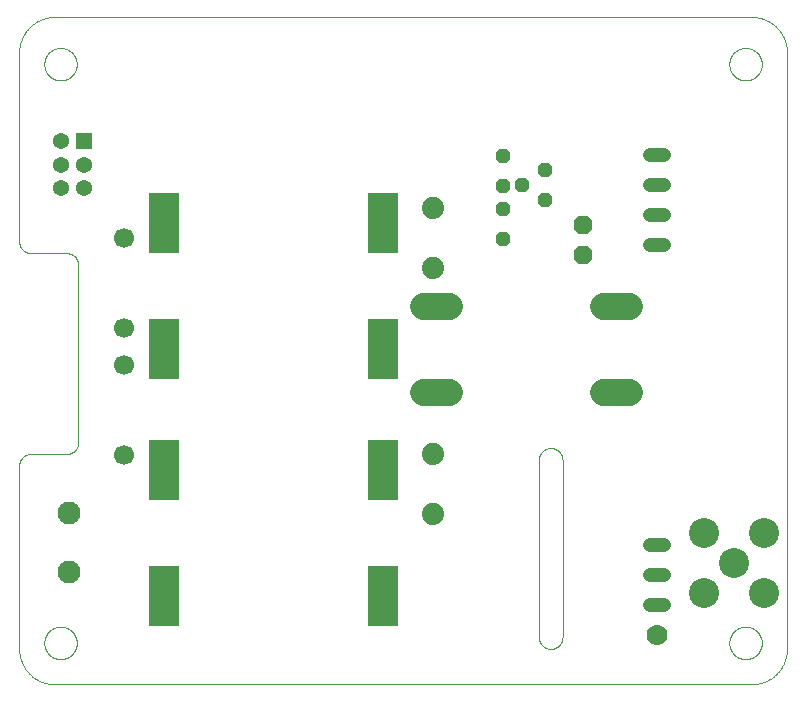
<source format=gtl>
G75*
%MOIN*%
%OFA0B0*%
%FSLAX25Y25*%
%IPPOS*%
%LPD*%
%AMOC8*
5,1,8,0,0,1.08239X$1,22.5*
%
%ADD10C,0.00000*%
%ADD11C,0.10000*%
%ADD12R,0.05400X0.05400*%
%ADD13C,0.05400*%
%ADD14C,0.07677*%
%ADD15C,0.08850*%
%ADD16C,0.07400*%
%ADD17OC8,0.04800*%
%ADD18R,0.09843X0.09843*%
%ADD19C,0.06693*%
%ADD20OC8,0.06300*%
%ADD21C,0.04724*%
%ADD22C,0.07000*%
D10*
X0033905Y0014811D02*
X0033905Y0075835D01*
X0033907Y0075959D01*
X0033913Y0076082D01*
X0033922Y0076206D01*
X0033936Y0076328D01*
X0033953Y0076451D01*
X0033975Y0076573D01*
X0034000Y0076694D01*
X0034029Y0076814D01*
X0034061Y0076933D01*
X0034098Y0077052D01*
X0034138Y0077169D01*
X0034181Y0077284D01*
X0034229Y0077399D01*
X0034280Y0077511D01*
X0034334Y0077622D01*
X0034392Y0077732D01*
X0034453Y0077839D01*
X0034518Y0077945D01*
X0034586Y0078048D01*
X0034657Y0078149D01*
X0034731Y0078248D01*
X0034808Y0078345D01*
X0034889Y0078439D01*
X0034972Y0078530D01*
X0035058Y0078619D01*
X0035147Y0078705D01*
X0035238Y0078788D01*
X0035332Y0078869D01*
X0035429Y0078946D01*
X0035528Y0079020D01*
X0035629Y0079091D01*
X0035732Y0079159D01*
X0035838Y0079224D01*
X0035945Y0079285D01*
X0036055Y0079343D01*
X0036166Y0079397D01*
X0036278Y0079448D01*
X0036393Y0079496D01*
X0036508Y0079539D01*
X0036625Y0079579D01*
X0036744Y0079616D01*
X0036863Y0079648D01*
X0036983Y0079677D01*
X0037104Y0079702D01*
X0037226Y0079724D01*
X0037349Y0079741D01*
X0037471Y0079755D01*
X0037595Y0079764D01*
X0037718Y0079770D01*
X0037842Y0079772D01*
X0049653Y0079772D01*
X0049777Y0079774D01*
X0049900Y0079780D01*
X0050024Y0079789D01*
X0050146Y0079803D01*
X0050269Y0079820D01*
X0050391Y0079842D01*
X0050512Y0079867D01*
X0050632Y0079896D01*
X0050751Y0079928D01*
X0050870Y0079965D01*
X0050987Y0080005D01*
X0051102Y0080048D01*
X0051217Y0080096D01*
X0051329Y0080147D01*
X0051440Y0080201D01*
X0051550Y0080259D01*
X0051657Y0080320D01*
X0051763Y0080385D01*
X0051866Y0080453D01*
X0051967Y0080524D01*
X0052066Y0080598D01*
X0052163Y0080675D01*
X0052257Y0080756D01*
X0052348Y0080839D01*
X0052437Y0080925D01*
X0052523Y0081014D01*
X0052606Y0081105D01*
X0052687Y0081199D01*
X0052764Y0081296D01*
X0052838Y0081395D01*
X0052909Y0081496D01*
X0052977Y0081599D01*
X0053042Y0081705D01*
X0053103Y0081812D01*
X0053161Y0081922D01*
X0053215Y0082033D01*
X0053266Y0082145D01*
X0053314Y0082260D01*
X0053357Y0082375D01*
X0053397Y0082492D01*
X0053434Y0082611D01*
X0053466Y0082730D01*
X0053495Y0082850D01*
X0053520Y0082971D01*
X0053542Y0083093D01*
X0053559Y0083216D01*
X0053573Y0083338D01*
X0053582Y0083462D01*
X0053588Y0083585D01*
X0053590Y0083709D01*
X0053590Y0142764D01*
X0053588Y0142888D01*
X0053582Y0143011D01*
X0053573Y0143135D01*
X0053559Y0143257D01*
X0053542Y0143380D01*
X0053520Y0143502D01*
X0053495Y0143623D01*
X0053466Y0143743D01*
X0053434Y0143862D01*
X0053397Y0143981D01*
X0053357Y0144098D01*
X0053314Y0144213D01*
X0053266Y0144328D01*
X0053215Y0144440D01*
X0053161Y0144551D01*
X0053103Y0144661D01*
X0053042Y0144768D01*
X0052977Y0144874D01*
X0052909Y0144977D01*
X0052838Y0145078D01*
X0052764Y0145177D01*
X0052687Y0145274D01*
X0052606Y0145368D01*
X0052523Y0145459D01*
X0052437Y0145548D01*
X0052348Y0145634D01*
X0052257Y0145717D01*
X0052163Y0145798D01*
X0052066Y0145875D01*
X0051967Y0145949D01*
X0051866Y0146020D01*
X0051763Y0146088D01*
X0051657Y0146153D01*
X0051550Y0146214D01*
X0051440Y0146272D01*
X0051329Y0146326D01*
X0051217Y0146377D01*
X0051102Y0146425D01*
X0050987Y0146468D01*
X0050870Y0146508D01*
X0050751Y0146545D01*
X0050632Y0146577D01*
X0050512Y0146606D01*
X0050391Y0146631D01*
X0050269Y0146653D01*
X0050146Y0146670D01*
X0050024Y0146684D01*
X0049900Y0146693D01*
X0049777Y0146699D01*
X0049653Y0146701D01*
X0037842Y0146701D01*
X0037718Y0146703D01*
X0037595Y0146709D01*
X0037471Y0146718D01*
X0037349Y0146732D01*
X0037226Y0146749D01*
X0037104Y0146771D01*
X0036983Y0146796D01*
X0036863Y0146825D01*
X0036744Y0146857D01*
X0036625Y0146894D01*
X0036508Y0146934D01*
X0036393Y0146977D01*
X0036278Y0147025D01*
X0036166Y0147076D01*
X0036055Y0147130D01*
X0035945Y0147188D01*
X0035838Y0147249D01*
X0035732Y0147314D01*
X0035629Y0147382D01*
X0035528Y0147453D01*
X0035429Y0147527D01*
X0035332Y0147604D01*
X0035238Y0147685D01*
X0035147Y0147768D01*
X0035058Y0147854D01*
X0034972Y0147943D01*
X0034889Y0148034D01*
X0034808Y0148128D01*
X0034731Y0148225D01*
X0034657Y0148324D01*
X0034586Y0148425D01*
X0034518Y0148528D01*
X0034453Y0148634D01*
X0034392Y0148741D01*
X0034334Y0148851D01*
X0034280Y0148962D01*
X0034229Y0149074D01*
X0034181Y0149189D01*
X0034138Y0149304D01*
X0034098Y0149421D01*
X0034061Y0149540D01*
X0034029Y0149659D01*
X0034000Y0149779D01*
X0033975Y0149900D01*
X0033953Y0150022D01*
X0033936Y0150145D01*
X0033922Y0150267D01*
X0033913Y0150391D01*
X0033907Y0150514D01*
X0033905Y0150638D01*
X0033905Y0213630D01*
X0033908Y0213915D01*
X0033919Y0214201D01*
X0033936Y0214486D01*
X0033960Y0214770D01*
X0033991Y0215054D01*
X0034029Y0215337D01*
X0034074Y0215618D01*
X0034125Y0215899D01*
X0034183Y0216179D01*
X0034248Y0216457D01*
X0034320Y0216733D01*
X0034398Y0217007D01*
X0034483Y0217280D01*
X0034575Y0217550D01*
X0034673Y0217818D01*
X0034777Y0218084D01*
X0034888Y0218347D01*
X0035005Y0218607D01*
X0035128Y0218865D01*
X0035258Y0219119D01*
X0035394Y0219370D01*
X0035535Y0219618D01*
X0035683Y0219862D01*
X0035836Y0220103D01*
X0035996Y0220339D01*
X0036161Y0220572D01*
X0036331Y0220801D01*
X0036507Y0221026D01*
X0036689Y0221246D01*
X0036875Y0221462D01*
X0037067Y0221673D01*
X0037264Y0221880D01*
X0037466Y0222082D01*
X0037673Y0222279D01*
X0037884Y0222471D01*
X0038100Y0222657D01*
X0038320Y0222839D01*
X0038545Y0223015D01*
X0038774Y0223185D01*
X0039007Y0223350D01*
X0039243Y0223510D01*
X0039484Y0223663D01*
X0039728Y0223811D01*
X0039976Y0223952D01*
X0040227Y0224088D01*
X0040481Y0224218D01*
X0040739Y0224341D01*
X0040999Y0224458D01*
X0041262Y0224569D01*
X0041528Y0224673D01*
X0041796Y0224771D01*
X0042066Y0224863D01*
X0042339Y0224948D01*
X0042613Y0225026D01*
X0042889Y0225098D01*
X0043167Y0225163D01*
X0043447Y0225221D01*
X0043728Y0225272D01*
X0044009Y0225317D01*
X0044292Y0225355D01*
X0044576Y0225386D01*
X0044860Y0225410D01*
X0045145Y0225427D01*
X0045431Y0225438D01*
X0045716Y0225441D01*
X0278000Y0225441D01*
X0278285Y0225438D01*
X0278571Y0225427D01*
X0278856Y0225410D01*
X0279140Y0225386D01*
X0279424Y0225355D01*
X0279707Y0225317D01*
X0279988Y0225272D01*
X0280269Y0225221D01*
X0280549Y0225163D01*
X0280827Y0225098D01*
X0281103Y0225026D01*
X0281377Y0224948D01*
X0281650Y0224863D01*
X0281920Y0224771D01*
X0282188Y0224673D01*
X0282454Y0224569D01*
X0282717Y0224458D01*
X0282977Y0224341D01*
X0283235Y0224218D01*
X0283489Y0224088D01*
X0283740Y0223952D01*
X0283988Y0223811D01*
X0284232Y0223663D01*
X0284473Y0223510D01*
X0284709Y0223350D01*
X0284942Y0223185D01*
X0285171Y0223015D01*
X0285396Y0222839D01*
X0285616Y0222657D01*
X0285832Y0222471D01*
X0286043Y0222279D01*
X0286250Y0222082D01*
X0286452Y0221880D01*
X0286649Y0221673D01*
X0286841Y0221462D01*
X0287027Y0221246D01*
X0287209Y0221026D01*
X0287385Y0220801D01*
X0287555Y0220572D01*
X0287720Y0220339D01*
X0287880Y0220103D01*
X0288033Y0219862D01*
X0288181Y0219618D01*
X0288322Y0219370D01*
X0288458Y0219119D01*
X0288588Y0218865D01*
X0288711Y0218607D01*
X0288828Y0218347D01*
X0288939Y0218084D01*
X0289043Y0217818D01*
X0289141Y0217550D01*
X0289233Y0217280D01*
X0289318Y0217007D01*
X0289396Y0216733D01*
X0289468Y0216457D01*
X0289533Y0216179D01*
X0289591Y0215899D01*
X0289642Y0215618D01*
X0289687Y0215337D01*
X0289725Y0215054D01*
X0289756Y0214770D01*
X0289780Y0214486D01*
X0289797Y0214201D01*
X0289808Y0213915D01*
X0289811Y0213630D01*
X0289811Y0014811D01*
X0289808Y0014526D01*
X0289797Y0014240D01*
X0289780Y0013955D01*
X0289756Y0013671D01*
X0289725Y0013387D01*
X0289687Y0013104D01*
X0289642Y0012823D01*
X0289591Y0012542D01*
X0289533Y0012262D01*
X0289468Y0011984D01*
X0289396Y0011708D01*
X0289318Y0011434D01*
X0289233Y0011161D01*
X0289141Y0010891D01*
X0289043Y0010623D01*
X0288939Y0010357D01*
X0288828Y0010094D01*
X0288711Y0009834D01*
X0288588Y0009576D01*
X0288458Y0009322D01*
X0288322Y0009071D01*
X0288181Y0008823D01*
X0288033Y0008579D01*
X0287880Y0008338D01*
X0287720Y0008102D01*
X0287555Y0007869D01*
X0287385Y0007640D01*
X0287209Y0007415D01*
X0287027Y0007195D01*
X0286841Y0006979D01*
X0286649Y0006768D01*
X0286452Y0006561D01*
X0286250Y0006359D01*
X0286043Y0006162D01*
X0285832Y0005970D01*
X0285616Y0005784D01*
X0285396Y0005602D01*
X0285171Y0005426D01*
X0284942Y0005256D01*
X0284709Y0005091D01*
X0284473Y0004931D01*
X0284232Y0004778D01*
X0283988Y0004630D01*
X0283740Y0004489D01*
X0283489Y0004353D01*
X0283235Y0004223D01*
X0282977Y0004100D01*
X0282717Y0003983D01*
X0282454Y0003872D01*
X0282188Y0003768D01*
X0281920Y0003670D01*
X0281650Y0003578D01*
X0281377Y0003493D01*
X0281103Y0003415D01*
X0280827Y0003343D01*
X0280549Y0003278D01*
X0280269Y0003220D01*
X0279988Y0003169D01*
X0279707Y0003124D01*
X0279424Y0003086D01*
X0279140Y0003055D01*
X0278856Y0003031D01*
X0278571Y0003014D01*
X0278285Y0003003D01*
X0278000Y0003000D01*
X0045716Y0003000D01*
X0045431Y0003003D01*
X0045145Y0003014D01*
X0044860Y0003031D01*
X0044576Y0003055D01*
X0044292Y0003086D01*
X0044009Y0003124D01*
X0043728Y0003169D01*
X0043447Y0003220D01*
X0043167Y0003278D01*
X0042889Y0003343D01*
X0042613Y0003415D01*
X0042339Y0003493D01*
X0042066Y0003578D01*
X0041796Y0003670D01*
X0041528Y0003768D01*
X0041262Y0003872D01*
X0040999Y0003983D01*
X0040739Y0004100D01*
X0040481Y0004223D01*
X0040227Y0004353D01*
X0039976Y0004489D01*
X0039728Y0004630D01*
X0039484Y0004778D01*
X0039243Y0004931D01*
X0039007Y0005091D01*
X0038774Y0005256D01*
X0038545Y0005426D01*
X0038320Y0005602D01*
X0038100Y0005784D01*
X0037884Y0005970D01*
X0037673Y0006162D01*
X0037466Y0006359D01*
X0037264Y0006561D01*
X0037067Y0006768D01*
X0036875Y0006979D01*
X0036689Y0007195D01*
X0036507Y0007415D01*
X0036331Y0007640D01*
X0036161Y0007869D01*
X0035996Y0008102D01*
X0035836Y0008338D01*
X0035683Y0008579D01*
X0035535Y0008823D01*
X0035394Y0009071D01*
X0035258Y0009322D01*
X0035128Y0009576D01*
X0035005Y0009834D01*
X0034888Y0010094D01*
X0034777Y0010357D01*
X0034673Y0010623D01*
X0034575Y0010891D01*
X0034483Y0011161D01*
X0034398Y0011434D01*
X0034320Y0011708D01*
X0034248Y0011984D01*
X0034183Y0012262D01*
X0034125Y0012542D01*
X0034074Y0012823D01*
X0034029Y0013104D01*
X0033991Y0013387D01*
X0033960Y0013671D01*
X0033936Y0013955D01*
X0033919Y0014240D01*
X0033908Y0014526D01*
X0033905Y0014811D01*
X0042272Y0016780D02*
X0042274Y0016927D01*
X0042280Y0017073D01*
X0042290Y0017219D01*
X0042304Y0017365D01*
X0042322Y0017511D01*
X0042343Y0017656D01*
X0042369Y0017800D01*
X0042399Y0017944D01*
X0042432Y0018086D01*
X0042469Y0018228D01*
X0042510Y0018369D01*
X0042555Y0018508D01*
X0042604Y0018647D01*
X0042656Y0018784D01*
X0042713Y0018919D01*
X0042772Y0019053D01*
X0042836Y0019185D01*
X0042903Y0019315D01*
X0042973Y0019444D01*
X0043047Y0019571D01*
X0043124Y0019695D01*
X0043205Y0019818D01*
X0043289Y0019938D01*
X0043376Y0020056D01*
X0043466Y0020171D01*
X0043559Y0020284D01*
X0043656Y0020395D01*
X0043755Y0020503D01*
X0043857Y0020608D01*
X0043962Y0020710D01*
X0044070Y0020809D01*
X0044181Y0020906D01*
X0044294Y0020999D01*
X0044409Y0021089D01*
X0044527Y0021176D01*
X0044647Y0021260D01*
X0044770Y0021341D01*
X0044894Y0021418D01*
X0045021Y0021492D01*
X0045150Y0021562D01*
X0045280Y0021629D01*
X0045412Y0021693D01*
X0045546Y0021752D01*
X0045681Y0021809D01*
X0045818Y0021861D01*
X0045957Y0021910D01*
X0046096Y0021955D01*
X0046237Y0021996D01*
X0046379Y0022033D01*
X0046521Y0022066D01*
X0046665Y0022096D01*
X0046809Y0022122D01*
X0046954Y0022143D01*
X0047100Y0022161D01*
X0047246Y0022175D01*
X0047392Y0022185D01*
X0047538Y0022191D01*
X0047685Y0022193D01*
X0047832Y0022191D01*
X0047978Y0022185D01*
X0048124Y0022175D01*
X0048270Y0022161D01*
X0048416Y0022143D01*
X0048561Y0022122D01*
X0048705Y0022096D01*
X0048849Y0022066D01*
X0048991Y0022033D01*
X0049133Y0021996D01*
X0049274Y0021955D01*
X0049413Y0021910D01*
X0049552Y0021861D01*
X0049689Y0021809D01*
X0049824Y0021752D01*
X0049958Y0021693D01*
X0050090Y0021629D01*
X0050220Y0021562D01*
X0050349Y0021492D01*
X0050476Y0021418D01*
X0050600Y0021341D01*
X0050723Y0021260D01*
X0050843Y0021176D01*
X0050961Y0021089D01*
X0051076Y0020999D01*
X0051189Y0020906D01*
X0051300Y0020809D01*
X0051408Y0020710D01*
X0051513Y0020608D01*
X0051615Y0020503D01*
X0051714Y0020395D01*
X0051811Y0020284D01*
X0051904Y0020171D01*
X0051994Y0020056D01*
X0052081Y0019938D01*
X0052165Y0019818D01*
X0052246Y0019695D01*
X0052323Y0019571D01*
X0052397Y0019444D01*
X0052467Y0019315D01*
X0052534Y0019185D01*
X0052598Y0019053D01*
X0052657Y0018919D01*
X0052714Y0018784D01*
X0052766Y0018647D01*
X0052815Y0018508D01*
X0052860Y0018369D01*
X0052901Y0018228D01*
X0052938Y0018086D01*
X0052971Y0017944D01*
X0053001Y0017800D01*
X0053027Y0017656D01*
X0053048Y0017511D01*
X0053066Y0017365D01*
X0053080Y0017219D01*
X0053090Y0017073D01*
X0053096Y0016927D01*
X0053098Y0016780D01*
X0053096Y0016633D01*
X0053090Y0016487D01*
X0053080Y0016341D01*
X0053066Y0016195D01*
X0053048Y0016049D01*
X0053027Y0015904D01*
X0053001Y0015760D01*
X0052971Y0015616D01*
X0052938Y0015474D01*
X0052901Y0015332D01*
X0052860Y0015191D01*
X0052815Y0015052D01*
X0052766Y0014913D01*
X0052714Y0014776D01*
X0052657Y0014641D01*
X0052598Y0014507D01*
X0052534Y0014375D01*
X0052467Y0014245D01*
X0052397Y0014116D01*
X0052323Y0013989D01*
X0052246Y0013865D01*
X0052165Y0013742D01*
X0052081Y0013622D01*
X0051994Y0013504D01*
X0051904Y0013389D01*
X0051811Y0013276D01*
X0051714Y0013165D01*
X0051615Y0013057D01*
X0051513Y0012952D01*
X0051408Y0012850D01*
X0051300Y0012751D01*
X0051189Y0012654D01*
X0051076Y0012561D01*
X0050961Y0012471D01*
X0050843Y0012384D01*
X0050723Y0012300D01*
X0050600Y0012219D01*
X0050476Y0012142D01*
X0050349Y0012068D01*
X0050220Y0011998D01*
X0050090Y0011931D01*
X0049958Y0011867D01*
X0049824Y0011808D01*
X0049689Y0011751D01*
X0049552Y0011699D01*
X0049413Y0011650D01*
X0049274Y0011605D01*
X0049133Y0011564D01*
X0048991Y0011527D01*
X0048849Y0011494D01*
X0048705Y0011464D01*
X0048561Y0011438D01*
X0048416Y0011417D01*
X0048270Y0011399D01*
X0048124Y0011385D01*
X0047978Y0011375D01*
X0047832Y0011369D01*
X0047685Y0011367D01*
X0047538Y0011369D01*
X0047392Y0011375D01*
X0047246Y0011385D01*
X0047100Y0011399D01*
X0046954Y0011417D01*
X0046809Y0011438D01*
X0046665Y0011464D01*
X0046521Y0011494D01*
X0046379Y0011527D01*
X0046237Y0011564D01*
X0046096Y0011605D01*
X0045957Y0011650D01*
X0045818Y0011699D01*
X0045681Y0011751D01*
X0045546Y0011808D01*
X0045412Y0011867D01*
X0045280Y0011931D01*
X0045150Y0011998D01*
X0045021Y0012068D01*
X0044894Y0012142D01*
X0044770Y0012219D01*
X0044647Y0012300D01*
X0044527Y0012384D01*
X0044409Y0012471D01*
X0044294Y0012561D01*
X0044181Y0012654D01*
X0044070Y0012751D01*
X0043962Y0012850D01*
X0043857Y0012952D01*
X0043755Y0013057D01*
X0043656Y0013165D01*
X0043559Y0013276D01*
X0043466Y0013389D01*
X0043376Y0013504D01*
X0043289Y0013622D01*
X0043205Y0013742D01*
X0043124Y0013865D01*
X0043047Y0013989D01*
X0042973Y0014116D01*
X0042903Y0014245D01*
X0042836Y0014375D01*
X0042772Y0014507D01*
X0042713Y0014641D01*
X0042656Y0014776D01*
X0042604Y0014913D01*
X0042555Y0015052D01*
X0042510Y0015191D01*
X0042469Y0015332D01*
X0042432Y0015474D01*
X0042399Y0015616D01*
X0042369Y0015760D01*
X0042343Y0015904D01*
X0042322Y0016049D01*
X0042304Y0016195D01*
X0042290Y0016341D01*
X0042280Y0016487D01*
X0042274Y0016633D01*
X0042272Y0016780D01*
X0207134Y0018748D02*
X0207134Y0077803D01*
X0207136Y0077927D01*
X0207142Y0078050D01*
X0207151Y0078174D01*
X0207165Y0078296D01*
X0207182Y0078419D01*
X0207204Y0078541D01*
X0207229Y0078662D01*
X0207258Y0078782D01*
X0207290Y0078901D01*
X0207327Y0079020D01*
X0207367Y0079137D01*
X0207410Y0079252D01*
X0207458Y0079367D01*
X0207509Y0079479D01*
X0207563Y0079590D01*
X0207621Y0079700D01*
X0207682Y0079807D01*
X0207747Y0079913D01*
X0207815Y0080016D01*
X0207886Y0080117D01*
X0207960Y0080216D01*
X0208037Y0080313D01*
X0208118Y0080407D01*
X0208201Y0080498D01*
X0208287Y0080587D01*
X0208376Y0080673D01*
X0208467Y0080756D01*
X0208561Y0080837D01*
X0208658Y0080914D01*
X0208757Y0080988D01*
X0208858Y0081059D01*
X0208961Y0081127D01*
X0209067Y0081192D01*
X0209174Y0081253D01*
X0209284Y0081311D01*
X0209395Y0081365D01*
X0209507Y0081416D01*
X0209622Y0081464D01*
X0209737Y0081507D01*
X0209854Y0081547D01*
X0209973Y0081584D01*
X0210092Y0081616D01*
X0210212Y0081645D01*
X0210333Y0081670D01*
X0210455Y0081692D01*
X0210578Y0081709D01*
X0210700Y0081723D01*
X0210824Y0081732D01*
X0210947Y0081738D01*
X0211071Y0081740D01*
X0211195Y0081738D01*
X0211318Y0081732D01*
X0211442Y0081723D01*
X0211564Y0081709D01*
X0211687Y0081692D01*
X0211809Y0081670D01*
X0211930Y0081645D01*
X0212050Y0081616D01*
X0212169Y0081584D01*
X0212288Y0081547D01*
X0212405Y0081507D01*
X0212520Y0081464D01*
X0212635Y0081416D01*
X0212747Y0081365D01*
X0212858Y0081311D01*
X0212968Y0081253D01*
X0213075Y0081192D01*
X0213181Y0081127D01*
X0213284Y0081059D01*
X0213385Y0080988D01*
X0213484Y0080914D01*
X0213581Y0080837D01*
X0213675Y0080756D01*
X0213766Y0080673D01*
X0213855Y0080587D01*
X0213941Y0080498D01*
X0214024Y0080407D01*
X0214105Y0080313D01*
X0214182Y0080216D01*
X0214256Y0080117D01*
X0214327Y0080016D01*
X0214395Y0079913D01*
X0214460Y0079807D01*
X0214521Y0079700D01*
X0214579Y0079590D01*
X0214633Y0079479D01*
X0214684Y0079367D01*
X0214732Y0079252D01*
X0214775Y0079137D01*
X0214815Y0079020D01*
X0214852Y0078901D01*
X0214884Y0078782D01*
X0214913Y0078662D01*
X0214938Y0078541D01*
X0214960Y0078419D01*
X0214977Y0078296D01*
X0214991Y0078174D01*
X0215000Y0078050D01*
X0215006Y0077927D01*
X0215008Y0077803D01*
X0215008Y0018748D01*
X0211071Y0014811D02*
X0210947Y0014813D01*
X0210824Y0014819D01*
X0210700Y0014828D01*
X0210578Y0014842D01*
X0210455Y0014859D01*
X0210333Y0014881D01*
X0210212Y0014906D01*
X0210092Y0014935D01*
X0209973Y0014967D01*
X0209854Y0015004D01*
X0209737Y0015044D01*
X0209622Y0015087D01*
X0209507Y0015135D01*
X0209395Y0015186D01*
X0209284Y0015240D01*
X0209174Y0015298D01*
X0209067Y0015359D01*
X0208961Y0015424D01*
X0208858Y0015492D01*
X0208757Y0015563D01*
X0208658Y0015637D01*
X0208561Y0015714D01*
X0208467Y0015795D01*
X0208376Y0015878D01*
X0208287Y0015964D01*
X0208201Y0016053D01*
X0208118Y0016144D01*
X0208037Y0016238D01*
X0207960Y0016335D01*
X0207886Y0016434D01*
X0207815Y0016535D01*
X0207747Y0016638D01*
X0207682Y0016744D01*
X0207621Y0016851D01*
X0207563Y0016961D01*
X0207509Y0017072D01*
X0207458Y0017184D01*
X0207410Y0017299D01*
X0207367Y0017414D01*
X0207327Y0017531D01*
X0207290Y0017650D01*
X0207258Y0017769D01*
X0207229Y0017889D01*
X0207204Y0018010D01*
X0207182Y0018132D01*
X0207165Y0018255D01*
X0207151Y0018377D01*
X0207142Y0018501D01*
X0207136Y0018624D01*
X0207134Y0018748D01*
X0211071Y0014811D02*
X0211195Y0014813D01*
X0211318Y0014819D01*
X0211442Y0014828D01*
X0211564Y0014842D01*
X0211687Y0014859D01*
X0211809Y0014881D01*
X0211930Y0014906D01*
X0212050Y0014935D01*
X0212169Y0014967D01*
X0212288Y0015004D01*
X0212405Y0015044D01*
X0212520Y0015087D01*
X0212635Y0015135D01*
X0212747Y0015186D01*
X0212858Y0015240D01*
X0212968Y0015298D01*
X0213075Y0015359D01*
X0213181Y0015424D01*
X0213284Y0015492D01*
X0213385Y0015563D01*
X0213484Y0015637D01*
X0213581Y0015714D01*
X0213675Y0015795D01*
X0213766Y0015878D01*
X0213855Y0015964D01*
X0213941Y0016053D01*
X0214024Y0016144D01*
X0214105Y0016238D01*
X0214182Y0016335D01*
X0214256Y0016434D01*
X0214327Y0016535D01*
X0214395Y0016638D01*
X0214460Y0016744D01*
X0214521Y0016851D01*
X0214579Y0016961D01*
X0214633Y0017072D01*
X0214684Y0017184D01*
X0214732Y0017299D01*
X0214775Y0017414D01*
X0214815Y0017531D01*
X0214852Y0017650D01*
X0214884Y0017769D01*
X0214913Y0017889D01*
X0214938Y0018010D01*
X0214960Y0018132D01*
X0214977Y0018255D01*
X0214991Y0018377D01*
X0215000Y0018501D01*
X0215006Y0018624D01*
X0215008Y0018748D01*
X0270618Y0016780D02*
X0270620Y0016927D01*
X0270626Y0017073D01*
X0270636Y0017219D01*
X0270650Y0017365D01*
X0270668Y0017511D01*
X0270689Y0017656D01*
X0270715Y0017800D01*
X0270745Y0017944D01*
X0270778Y0018086D01*
X0270815Y0018228D01*
X0270856Y0018369D01*
X0270901Y0018508D01*
X0270950Y0018647D01*
X0271002Y0018784D01*
X0271059Y0018919D01*
X0271118Y0019053D01*
X0271182Y0019185D01*
X0271249Y0019315D01*
X0271319Y0019444D01*
X0271393Y0019571D01*
X0271470Y0019695D01*
X0271551Y0019818D01*
X0271635Y0019938D01*
X0271722Y0020056D01*
X0271812Y0020171D01*
X0271905Y0020284D01*
X0272002Y0020395D01*
X0272101Y0020503D01*
X0272203Y0020608D01*
X0272308Y0020710D01*
X0272416Y0020809D01*
X0272527Y0020906D01*
X0272640Y0020999D01*
X0272755Y0021089D01*
X0272873Y0021176D01*
X0272993Y0021260D01*
X0273116Y0021341D01*
X0273240Y0021418D01*
X0273367Y0021492D01*
X0273496Y0021562D01*
X0273626Y0021629D01*
X0273758Y0021693D01*
X0273892Y0021752D01*
X0274027Y0021809D01*
X0274164Y0021861D01*
X0274303Y0021910D01*
X0274442Y0021955D01*
X0274583Y0021996D01*
X0274725Y0022033D01*
X0274867Y0022066D01*
X0275011Y0022096D01*
X0275155Y0022122D01*
X0275300Y0022143D01*
X0275446Y0022161D01*
X0275592Y0022175D01*
X0275738Y0022185D01*
X0275884Y0022191D01*
X0276031Y0022193D01*
X0276178Y0022191D01*
X0276324Y0022185D01*
X0276470Y0022175D01*
X0276616Y0022161D01*
X0276762Y0022143D01*
X0276907Y0022122D01*
X0277051Y0022096D01*
X0277195Y0022066D01*
X0277337Y0022033D01*
X0277479Y0021996D01*
X0277620Y0021955D01*
X0277759Y0021910D01*
X0277898Y0021861D01*
X0278035Y0021809D01*
X0278170Y0021752D01*
X0278304Y0021693D01*
X0278436Y0021629D01*
X0278566Y0021562D01*
X0278695Y0021492D01*
X0278822Y0021418D01*
X0278946Y0021341D01*
X0279069Y0021260D01*
X0279189Y0021176D01*
X0279307Y0021089D01*
X0279422Y0020999D01*
X0279535Y0020906D01*
X0279646Y0020809D01*
X0279754Y0020710D01*
X0279859Y0020608D01*
X0279961Y0020503D01*
X0280060Y0020395D01*
X0280157Y0020284D01*
X0280250Y0020171D01*
X0280340Y0020056D01*
X0280427Y0019938D01*
X0280511Y0019818D01*
X0280592Y0019695D01*
X0280669Y0019571D01*
X0280743Y0019444D01*
X0280813Y0019315D01*
X0280880Y0019185D01*
X0280944Y0019053D01*
X0281003Y0018919D01*
X0281060Y0018784D01*
X0281112Y0018647D01*
X0281161Y0018508D01*
X0281206Y0018369D01*
X0281247Y0018228D01*
X0281284Y0018086D01*
X0281317Y0017944D01*
X0281347Y0017800D01*
X0281373Y0017656D01*
X0281394Y0017511D01*
X0281412Y0017365D01*
X0281426Y0017219D01*
X0281436Y0017073D01*
X0281442Y0016927D01*
X0281444Y0016780D01*
X0281442Y0016633D01*
X0281436Y0016487D01*
X0281426Y0016341D01*
X0281412Y0016195D01*
X0281394Y0016049D01*
X0281373Y0015904D01*
X0281347Y0015760D01*
X0281317Y0015616D01*
X0281284Y0015474D01*
X0281247Y0015332D01*
X0281206Y0015191D01*
X0281161Y0015052D01*
X0281112Y0014913D01*
X0281060Y0014776D01*
X0281003Y0014641D01*
X0280944Y0014507D01*
X0280880Y0014375D01*
X0280813Y0014245D01*
X0280743Y0014116D01*
X0280669Y0013989D01*
X0280592Y0013865D01*
X0280511Y0013742D01*
X0280427Y0013622D01*
X0280340Y0013504D01*
X0280250Y0013389D01*
X0280157Y0013276D01*
X0280060Y0013165D01*
X0279961Y0013057D01*
X0279859Y0012952D01*
X0279754Y0012850D01*
X0279646Y0012751D01*
X0279535Y0012654D01*
X0279422Y0012561D01*
X0279307Y0012471D01*
X0279189Y0012384D01*
X0279069Y0012300D01*
X0278946Y0012219D01*
X0278822Y0012142D01*
X0278695Y0012068D01*
X0278566Y0011998D01*
X0278436Y0011931D01*
X0278304Y0011867D01*
X0278170Y0011808D01*
X0278035Y0011751D01*
X0277898Y0011699D01*
X0277759Y0011650D01*
X0277620Y0011605D01*
X0277479Y0011564D01*
X0277337Y0011527D01*
X0277195Y0011494D01*
X0277051Y0011464D01*
X0276907Y0011438D01*
X0276762Y0011417D01*
X0276616Y0011399D01*
X0276470Y0011385D01*
X0276324Y0011375D01*
X0276178Y0011369D01*
X0276031Y0011367D01*
X0275884Y0011369D01*
X0275738Y0011375D01*
X0275592Y0011385D01*
X0275446Y0011399D01*
X0275300Y0011417D01*
X0275155Y0011438D01*
X0275011Y0011464D01*
X0274867Y0011494D01*
X0274725Y0011527D01*
X0274583Y0011564D01*
X0274442Y0011605D01*
X0274303Y0011650D01*
X0274164Y0011699D01*
X0274027Y0011751D01*
X0273892Y0011808D01*
X0273758Y0011867D01*
X0273626Y0011931D01*
X0273496Y0011998D01*
X0273367Y0012068D01*
X0273240Y0012142D01*
X0273116Y0012219D01*
X0272993Y0012300D01*
X0272873Y0012384D01*
X0272755Y0012471D01*
X0272640Y0012561D01*
X0272527Y0012654D01*
X0272416Y0012751D01*
X0272308Y0012850D01*
X0272203Y0012952D01*
X0272101Y0013057D01*
X0272002Y0013165D01*
X0271905Y0013276D01*
X0271812Y0013389D01*
X0271722Y0013504D01*
X0271635Y0013622D01*
X0271551Y0013742D01*
X0271470Y0013865D01*
X0271393Y0013989D01*
X0271319Y0014116D01*
X0271249Y0014245D01*
X0271182Y0014375D01*
X0271118Y0014507D01*
X0271059Y0014641D01*
X0271002Y0014776D01*
X0270950Y0014913D01*
X0270901Y0015052D01*
X0270856Y0015191D01*
X0270815Y0015332D01*
X0270778Y0015474D01*
X0270745Y0015616D01*
X0270715Y0015760D01*
X0270689Y0015904D01*
X0270668Y0016049D01*
X0270650Y0016195D01*
X0270636Y0016341D01*
X0270626Y0016487D01*
X0270620Y0016633D01*
X0270618Y0016780D01*
X0270618Y0209693D02*
X0270620Y0209840D01*
X0270626Y0209986D01*
X0270636Y0210132D01*
X0270650Y0210278D01*
X0270668Y0210424D01*
X0270689Y0210569D01*
X0270715Y0210713D01*
X0270745Y0210857D01*
X0270778Y0210999D01*
X0270815Y0211141D01*
X0270856Y0211282D01*
X0270901Y0211421D01*
X0270950Y0211560D01*
X0271002Y0211697D01*
X0271059Y0211832D01*
X0271118Y0211966D01*
X0271182Y0212098D01*
X0271249Y0212228D01*
X0271319Y0212357D01*
X0271393Y0212484D01*
X0271470Y0212608D01*
X0271551Y0212731D01*
X0271635Y0212851D01*
X0271722Y0212969D01*
X0271812Y0213084D01*
X0271905Y0213197D01*
X0272002Y0213308D01*
X0272101Y0213416D01*
X0272203Y0213521D01*
X0272308Y0213623D01*
X0272416Y0213722D01*
X0272527Y0213819D01*
X0272640Y0213912D01*
X0272755Y0214002D01*
X0272873Y0214089D01*
X0272993Y0214173D01*
X0273116Y0214254D01*
X0273240Y0214331D01*
X0273367Y0214405D01*
X0273496Y0214475D01*
X0273626Y0214542D01*
X0273758Y0214606D01*
X0273892Y0214665D01*
X0274027Y0214722D01*
X0274164Y0214774D01*
X0274303Y0214823D01*
X0274442Y0214868D01*
X0274583Y0214909D01*
X0274725Y0214946D01*
X0274867Y0214979D01*
X0275011Y0215009D01*
X0275155Y0215035D01*
X0275300Y0215056D01*
X0275446Y0215074D01*
X0275592Y0215088D01*
X0275738Y0215098D01*
X0275884Y0215104D01*
X0276031Y0215106D01*
X0276178Y0215104D01*
X0276324Y0215098D01*
X0276470Y0215088D01*
X0276616Y0215074D01*
X0276762Y0215056D01*
X0276907Y0215035D01*
X0277051Y0215009D01*
X0277195Y0214979D01*
X0277337Y0214946D01*
X0277479Y0214909D01*
X0277620Y0214868D01*
X0277759Y0214823D01*
X0277898Y0214774D01*
X0278035Y0214722D01*
X0278170Y0214665D01*
X0278304Y0214606D01*
X0278436Y0214542D01*
X0278566Y0214475D01*
X0278695Y0214405D01*
X0278822Y0214331D01*
X0278946Y0214254D01*
X0279069Y0214173D01*
X0279189Y0214089D01*
X0279307Y0214002D01*
X0279422Y0213912D01*
X0279535Y0213819D01*
X0279646Y0213722D01*
X0279754Y0213623D01*
X0279859Y0213521D01*
X0279961Y0213416D01*
X0280060Y0213308D01*
X0280157Y0213197D01*
X0280250Y0213084D01*
X0280340Y0212969D01*
X0280427Y0212851D01*
X0280511Y0212731D01*
X0280592Y0212608D01*
X0280669Y0212484D01*
X0280743Y0212357D01*
X0280813Y0212228D01*
X0280880Y0212098D01*
X0280944Y0211966D01*
X0281003Y0211832D01*
X0281060Y0211697D01*
X0281112Y0211560D01*
X0281161Y0211421D01*
X0281206Y0211282D01*
X0281247Y0211141D01*
X0281284Y0210999D01*
X0281317Y0210857D01*
X0281347Y0210713D01*
X0281373Y0210569D01*
X0281394Y0210424D01*
X0281412Y0210278D01*
X0281426Y0210132D01*
X0281436Y0209986D01*
X0281442Y0209840D01*
X0281444Y0209693D01*
X0281442Y0209546D01*
X0281436Y0209400D01*
X0281426Y0209254D01*
X0281412Y0209108D01*
X0281394Y0208962D01*
X0281373Y0208817D01*
X0281347Y0208673D01*
X0281317Y0208529D01*
X0281284Y0208387D01*
X0281247Y0208245D01*
X0281206Y0208104D01*
X0281161Y0207965D01*
X0281112Y0207826D01*
X0281060Y0207689D01*
X0281003Y0207554D01*
X0280944Y0207420D01*
X0280880Y0207288D01*
X0280813Y0207158D01*
X0280743Y0207029D01*
X0280669Y0206902D01*
X0280592Y0206778D01*
X0280511Y0206655D01*
X0280427Y0206535D01*
X0280340Y0206417D01*
X0280250Y0206302D01*
X0280157Y0206189D01*
X0280060Y0206078D01*
X0279961Y0205970D01*
X0279859Y0205865D01*
X0279754Y0205763D01*
X0279646Y0205664D01*
X0279535Y0205567D01*
X0279422Y0205474D01*
X0279307Y0205384D01*
X0279189Y0205297D01*
X0279069Y0205213D01*
X0278946Y0205132D01*
X0278822Y0205055D01*
X0278695Y0204981D01*
X0278566Y0204911D01*
X0278436Y0204844D01*
X0278304Y0204780D01*
X0278170Y0204721D01*
X0278035Y0204664D01*
X0277898Y0204612D01*
X0277759Y0204563D01*
X0277620Y0204518D01*
X0277479Y0204477D01*
X0277337Y0204440D01*
X0277195Y0204407D01*
X0277051Y0204377D01*
X0276907Y0204351D01*
X0276762Y0204330D01*
X0276616Y0204312D01*
X0276470Y0204298D01*
X0276324Y0204288D01*
X0276178Y0204282D01*
X0276031Y0204280D01*
X0275884Y0204282D01*
X0275738Y0204288D01*
X0275592Y0204298D01*
X0275446Y0204312D01*
X0275300Y0204330D01*
X0275155Y0204351D01*
X0275011Y0204377D01*
X0274867Y0204407D01*
X0274725Y0204440D01*
X0274583Y0204477D01*
X0274442Y0204518D01*
X0274303Y0204563D01*
X0274164Y0204612D01*
X0274027Y0204664D01*
X0273892Y0204721D01*
X0273758Y0204780D01*
X0273626Y0204844D01*
X0273496Y0204911D01*
X0273367Y0204981D01*
X0273240Y0205055D01*
X0273116Y0205132D01*
X0272993Y0205213D01*
X0272873Y0205297D01*
X0272755Y0205384D01*
X0272640Y0205474D01*
X0272527Y0205567D01*
X0272416Y0205664D01*
X0272308Y0205763D01*
X0272203Y0205865D01*
X0272101Y0205970D01*
X0272002Y0206078D01*
X0271905Y0206189D01*
X0271812Y0206302D01*
X0271722Y0206417D01*
X0271635Y0206535D01*
X0271551Y0206655D01*
X0271470Y0206778D01*
X0271393Y0206902D01*
X0271319Y0207029D01*
X0271249Y0207158D01*
X0271182Y0207288D01*
X0271118Y0207420D01*
X0271059Y0207554D01*
X0271002Y0207689D01*
X0270950Y0207826D01*
X0270901Y0207965D01*
X0270856Y0208104D01*
X0270815Y0208245D01*
X0270778Y0208387D01*
X0270745Y0208529D01*
X0270715Y0208673D01*
X0270689Y0208817D01*
X0270668Y0208962D01*
X0270650Y0209108D01*
X0270636Y0209254D01*
X0270626Y0209400D01*
X0270620Y0209546D01*
X0270618Y0209693D01*
X0042272Y0209693D02*
X0042274Y0209840D01*
X0042280Y0209986D01*
X0042290Y0210132D01*
X0042304Y0210278D01*
X0042322Y0210424D01*
X0042343Y0210569D01*
X0042369Y0210713D01*
X0042399Y0210857D01*
X0042432Y0210999D01*
X0042469Y0211141D01*
X0042510Y0211282D01*
X0042555Y0211421D01*
X0042604Y0211560D01*
X0042656Y0211697D01*
X0042713Y0211832D01*
X0042772Y0211966D01*
X0042836Y0212098D01*
X0042903Y0212228D01*
X0042973Y0212357D01*
X0043047Y0212484D01*
X0043124Y0212608D01*
X0043205Y0212731D01*
X0043289Y0212851D01*
X0043376Y0212969D01*
X0043466Y0213084D01*
X0043559Y0213197D01*
X0043656Y0213308D01*
X0043755Y0213416D01*
X0043857Y0213521D01*
X0043962Y0213623D01*
X0044070Y0213722D01*
X0044181Y0213819D01*
X0044294Y0213912D01*
X0044409Y0214002D01*
X0044527Y0214089D01*
X0044647Y0214173D01*
X0044770Y0214254D01*
X0044894Y0214331D01*
X0045021Y0214405D01*
X0045150Y0214475D01*
X0045280Y0214542D01*
X0045412Y0214606D01*
X0045546Y0214665D01*
X0045681Y0214722D01*
X0045818Y0214774D01*
X0045957Y0214823D01*
X0046096Y0214868D01*
X0046237Y0214909D01*
X0046379Y0214946D01*
X0046521Y0214979D01*
X0046665Y0215009D01*
X0046809Y0215035D01*
X0046954Y0215056D01*
X0047100Y0215074D01*
X0047246Y0215088D01*
X0047392Y0215098D01*
X0047538Y0215104D01*
X0047685Y0215106D01*
X0047832Y0215104D01*
X0047978Y0215098D01*
X0048124Y0215088D01*
X0048270Y0215074D01*
X0048416Y0215056D01*
X0048561Y0215035D01*
X0048705Y0215009D01*
X0048849Y0214979D01*
X0048991Y0214946D01*
X0049133Y0214909D01*
X0049274Y0214868D01*
X0049413Y0214823D01*
X0049552Y0214774D01*
X0049689Y0214722D01*
X0049824Y0214665D01*
X0049958Y0214606D01*
X0050090Y0214542D01*
X0050220Y0214475D01*
X0050349Y0214405D01*
X0050476Y0214331D01*
X0050600Y0214254D01*
X0050723Y0214173D01*
X0050843Y0214089D01*
X0050961Y0214002D01*
X0051076Y0213912D01*
X0051189Y0213819D01*
X0051300Y0213722D01*
X0051408Y0213623D01*
X0051513Y0213521D01*
X0051615Y0213416D01*
X0051714Y0213308D01*
X0051811Y0213197D01*
X0051904Y0213084D01*
X0051994Y0212969D01*
X0052081Y0212851D01*
X0052165Y0212731D01*
X0052246Y0212608D01*
X0052323Y0212484D01*
X0052397Y0212357D01*
X0052467Y0212228D01*
X0052534Y0212098D01*
X0052598Y0211966D01*
X0052657Y0211832D01*
X0052714Y0211697D01*
X0052766Y0211560D01*
X0052815Y0211421D01*
X0052860Y0211282D01*
X0052901Y0211141D01*
X0052938Y0210999D01*
X0052971Y0210857D01*
X0053001Y0210713D01*
X0053027Y0210569D01*
X0053048Y0210424D01*
X0053066Y0210278D01*
X0053080Y0210132D01*
X0053090Y0209986D01*
X0053096Y0209840D01*
X0053098Y0209693D01*
X0053096Y0209546D01*
X0053090Y0209400D01*
X0053080Y0209254D01*
X0053066Y0209108D01*
X0053048Y0208962D01*
X0053027Y0208817D01*
X0053001Y0208673D01*
X0052971Y0208529D01*
X0052938Y0208387D01*
X0052901Y0208245D01*
X0052860Y0208104D01*
X0052815Y0207965D01*
X0052766Y0207826D01*
X0052714Y0207689D01*
X0052657Y0207554D01*
X0052598Y0207420D01*
X0052534Y0207288D01*
X0052467Y0207158D01*
X0052397Y0207029D01*
X0052323Y0206902D01*
X0052246Y0206778D01*
X0052165Y0206655D01*
X0052081Y0206535D01*
X0051994Y0206417D01*
X0051904Y0206302D01*
X0051811Y0206189D01*
X0051714Y0206078D01*
X0051615Y0205970D01*
X0051513Y0205865D01*
X0051408Y0205763D01*
X0051300Y0205664D01*
X0051189Y0205567D01*
X0051076Y0205474D01*
X0050961Y0205384D01*
X0050843Y0205297D01*
X0050723Y0205213D01*
X0050600Y0205132D01*
X0050476Y0205055D01*
X0050349Y0204981D01*
X0050220Y0204911D01*
X0050090Y0204844D01*
X0049958Y0204780D01*
X0049824Y0204721D01*
X0049689Y0204664D01*
X0049552Y0204612D01*
X0049413Y0204563D01*
X0049274Y0204518D01*
X0049133Y0204477D01*
X0048991Y0204440D01*
X0048849Y0204407D01*
X0048705Y0204377D01*
X0048561Y0204351D01*
X0048416Y0204330D01*
X0048270Y0204312D01*
X0048124Y0204298D01*
X0047978Y0204288D01*
X0047832Y0204282D01*
X0047685Y0204280D01*
X0047538Y0204282D01*
X0047392Y0204288D01*
X0047246Y0204298D01*
X0047100Y0204312D01*
X0046954Y0204330D01*
X0046809Y0204351D01*
X0046665Y0204377D01*
X0046521Y0204407D01*
X0046379Y0204440D01*
X0046237Y0204477D01*
X0046096Y0204518D01*
X0045957Y0204563D01*
X0045818Y0204612D01*
X0045681Y0204664D01*
X0045546Y0204721D01*
X0045412Y0204780D01*
X0045280Y0204844D01*
X0045150Y0204911D01*
X0045021Y0204981D01*
X0044894Y0205055D01*
X0044770Y0205132D01*
X0044647Y0205213D01*
X0044527Y0205297D01*
X0044409Y0205384D01*
X0044294Y0205474D01*
X0044181Y0205567D01*
X0044070Y0205664D01*
X0043962Y0205763D01*
X0043857Y0205865D01*
X0043755Y0205970D01*
X0043656Y0206078D01*
X0043559Y0206189D01*
X0043466Y0206302D01*
X0043376Y0206417D01*
X0043289Y0206535D01*
X0043205Y0206655D01*
X0043124Y0206778D01*
X0043047Y0206902D01*
X0042973Y0207029D01*
X0042903Y0207158D01*
X0042836Y0207288D01*
X0042772Y0207420D01*
X0042713Y0207554D01*
X0042656Y0207689D01*
X0042604Y0207826D01*
X0042555Y0207965D01*
X0042510Y0208104D01*
X0042469Y0208245D01*
X0042432Y0208387D01*
X0042399Y0208529D01*
X0042369Y0208673D01*
X0042343Y0208817D01*
X0042322Y0208962D01*
X0042304Y0209108D01*
X0042290Y0209254D01*
X0042280Y0209400D01*
X0042274Y0209546D01*
X0042272Y0209693D01*
D11*
X0262094Y0053354D03*
X0272094Y0043354D03*
X0262094Y0033354D03*
X0282094Y0033354D03*
X0282094Y0053354D03*
D12*
X0055559Y0184102D03*
D13*
X0047685Y0184102D03*
X0047685Y0176228D03*
X0055559Y0176228D03*
X0055559Y0168354D03*
X0047685Y0168354D03*
D14*
X0050637Y0060087D03*
X0050637Y0040402D03*
D15*
X0168417Y0100441D02*
X0177267Y0100441D01*
X0177267Y0128945D02*
X0168417Y0128945D01*
X0228417Y0128945D02*
X0237267Y0128945D01*
X0237267Y0100441D02*
X0228417Y0100441D01*
D16*
X0171700Y0079929D03*
X0171700Y0059929D03*
X0171700Y0141819D03*
X0171700Y0161819D03*
D17*
X0195323Y0161543D03*
X0195323Y0169260D03*
X0201602Y0169339D03*
X0209102Y0174339D03*
X0209102Y0164339D03*
X0195323Y0151543D03*
X0195323Y0179260D03*
D18*
X0155051Y0161874D03*
X0155051Y0151874D03*
X0155051Y0119874D03*
X0155051Y0109874D03*
X0155051Y0079591D03*
X0155051Y0069591D03*
X0155051Y0037591D03*
X0155051Y0027591D03*
X0082051Y0027591D03*
X0082051Y0037591D03*
X0082051Y0069591D03*
X0082051Y0079591D03*
X0082051Y0109874D03*
X0082051Y0119874D03*
X0082051Y0151874D03*
X0082051Y0161874D03*
D19*
X0068945Y0151858D03*
X0068945Y0121858D03*
X0068945Y0109535D03*
X0068945Y0079535D03*
D20*
X0221740Y0146031D03*
X0221740Y0156031D03*
D21*
X0244141Y0159457D02*
X0248866Y0159457D01*
X0248866Y0169457D02*
X0244141Y0169457D01*
X0244141Y0179457D02*
X0248866Y0179457D01*
X0248866Y0149457D02*
X0244141Y0149457D01*
X0244141Y0049457D02*
X0248866Y0049457D01*
X0248866Y0039457D02*
X0244141Y0039457D01*
X0244141Y0029457D02*
X0248866Y0029457D01*
D22*
X0246504Y0019457D03*
M02*

</source>
